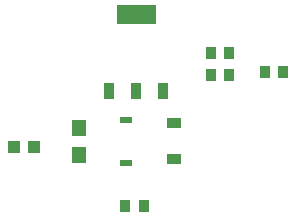
<source format=gbr>
%TF.GenerationSoftware,KiCad,Pcbnew,(6.0.5)*%
%TF.CreationDate,2022-06-11T19:37:36-07:00*%
%TF.ProjectId,L0003-Wheatstone-Bridge,4c303030-332d-4576-9865-617473746f6e,rev?*%
%TF.SameCoordinates,Original*%
%TF.FileFunction,Paste,Top*%
%TF.FilePolarity,Positive*%
%FSLAX46Y46*%
G04 Gerber Fmt 4.6, Leading zero omitted, Abs format (unit mm)*
G04 Created by KiCad (PCBNEW (6.0.5)) date 2022-06-11 19:37:36*
%MOMM*%
%LPD*%
G01*
G04 APERTURE LIST*
%ADD10C,0.100000*%
%ADD11R,1.295400X0.965200*%
%ADD12R,1.299997X1.405349*%
%ADD13R,0.940000X1.020000*%
%ADD14R,1.041400X0.584200*%
%ADD15R,0.889000X1.473200*%
%ADD16R,1.100000X1.000000*%
G04 APERTURE END LIST*
%TO.C,U1*%
G36*
X111048800Y-78493600D02*
G01*
X107899200Y-78493600D01*
X107899200Y-77020400D01*
X111048800Y-77020400D01*
X111048800Y-78493600D01*
G37*
D10*
X111048800Y-78493600D02*
X107899200Y-78493600D01*
X107899200Y-77020400D01*
X111048800Y-77020400D01*
X111048800Y-78493600D01*
%TD*%
D11*
%TO.C,D1*%
X112649000Y-90043000D03*
X112649000Y-86995000D03*
%TD*%
D12*
%TO.C,C2*%
X104648000Y-87369278D03*
X104648000Y-89668722D03*
%TD*%
D13*
%TO.C,R3*%
X120368000Y-82677000D03*
X121948000Y-82677000D03*
%TD*%
%TO.C,R4*%
X117376000Y-82931000D03*
X115796000Y-82931000D03*
%TD*%
%TO.C,R5*%
X115796000Y-81026000D03*
X117376000Y-81026000D03*
%TD*%
%TO.C,R1*%
X110137000Y-93980000D03*
X108557000Y-93980000D03*
%TD*%
D14*
%TO.C,D2*%
X108585000Y-90360500D03*
X108585000Y-86677500D03*
%TD*%
D15*
%TO.C,U1*%
X107174000Y-84295000D03*
X109474000Y-84295000D03*
X111774000Y-84295000D03*
%TD*%
D16*
%TO.C,C1*%
X99099000Y-89027000D03*
X100799000Y-89027000D03*
%TD*%
M02*

</source>
